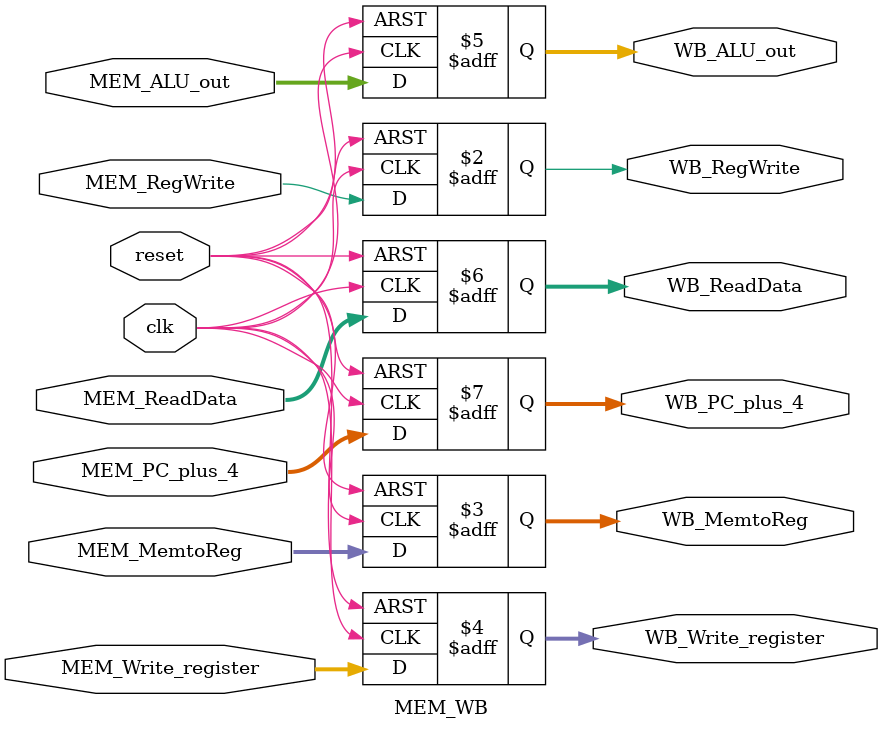
<source format=v>
module MEM_WB(reset, clk, MEM_RegWrite, MEM_MemtoReg, MEM_Write_register, MEM_ALU_out, MEM_ReadData, MEM_PC_plus_4, 
    WB_RegWrite, WB_MemtoReg, WB_Write_register, WB_ALU_out, WB_ReadData, WB_PC_plus_4);
    input reset, clk, MEM_RegWrite;
    output reg WB_RegWrite;
    input [1:0] MEM_MemtoReg;
    output reg [1:0] WB_MemtoReg;
    input [4:0] MEM_Write_register;
    output reg [4:0] WB_Write_register;
    input [31:0] MEM_ALU_out, MEM_ReadData, MEM_PC_plus_4;
    output reg [31:0] WB_ALU_out, WB_ReadData, WB_PC_plus_4;

    always @(posedge reset or posedge clk)
        if (reset) begin//reset的话,所有的都是以不读写
            WB_RegWrite <= 0;
            WB_MemtoReg <= 2'b0;
            WB_Write_register <= 5'b0;
            WB_ALU_out <= 32'b0;
            WB_ReadData <= 32'b0;
            WB_PC_plus_4 <= 32'b0;
        end
        else begin//都按照原来的
            WB_RegWrite <= MEM_RegWrite;
            WB_MemtoReg <= MEM_MemtoReg;
            WB_Write_register <= MEM_Write_register;
            WB_ALU_out <= MEM_ALU_out;
            WB_ReadData <= MEM_ReadData;
            WB_PC_plus_4 <= MEM_PC_plus_4;
        end

endmodule
</source>
